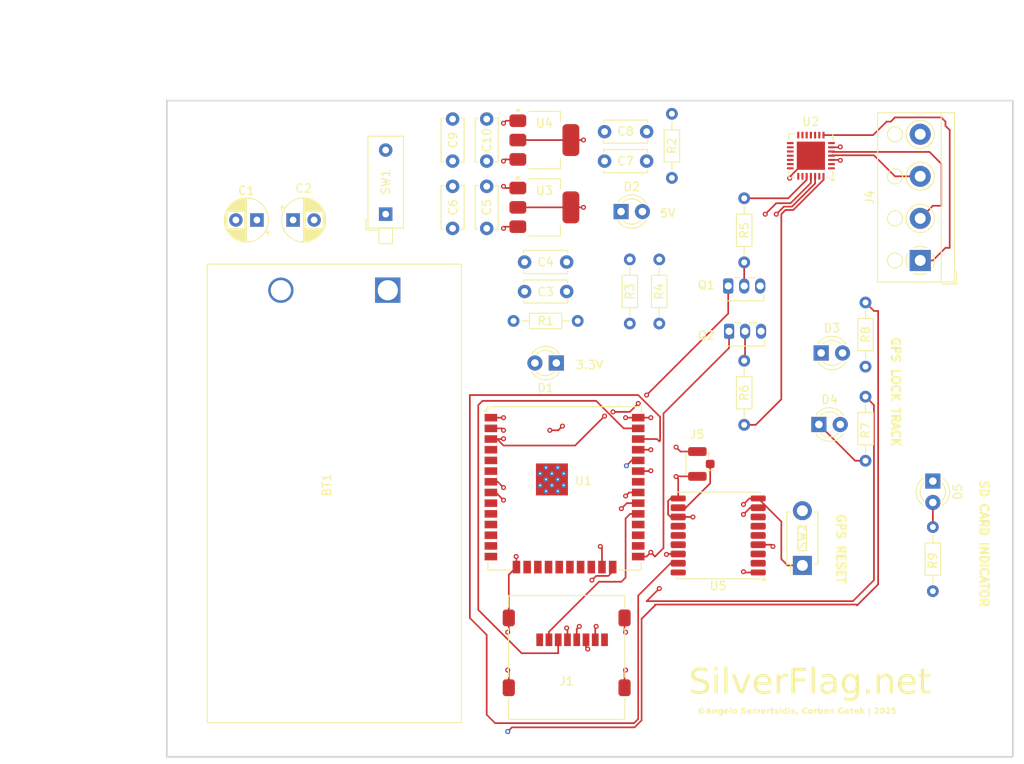
<source format=kicad_pcb>
(kicad_pcb (version 20240108) (generator "pcbnew") (generator_version "8.0")
  (title_block (title "ESP32 Wi-Fi Scanner") (date "2025-02-04") (rev "Mk40") (comment 1 "!!NOT MEANT FOR HACKING!!"))
  (layers (0 "F.Cu" signal) (1 "In1.Cu" signal) (2 "In2.Cu" signal) (31 "B.Cu" signal) (34 "B.Paste" user) (35 "F.Paste" user) (36 "B.SilkS" user "B.Silkscreen") (37 "F.SilkS" user "F.Silkscreen") (38 "B.Mask" user) (39 "F.Mask" user) (44 "Edge.Cuts" user))
  (net 0 "")
  (net 1 "GND")
  (net 2 "EN")
  (net 3 "+3.3V")
  (net 4 "IO1")
  (net 5 "Net-(Q1-B)")
  (net 6 "RTS")
  (net 7 "DTR")
  (net 8 "Net-(Q2-B)")
  (net 14 "IO22")
  (net 15 "TRANS-1")
  (net 16 "IO19")
  (net 18 "unconnected-(U1-IO32-Pad8)")
  (net 20 "IO23")
  (net 21 "unconnected-(U1-IO15-Pad23)")
  (net 24 "IO5")
  (net 26 "unconnected-(U1-IO35-Pad7)")
  (net 36 "IO21")
  (net 37 "TRANS-2")
  (net 39 "IO18")
  (net 46 "unconnected-(U5-TIMEPULSE-Pad4)")
  (net 48 "Net-(J5-In)")
  (net 51 "Net-(U3-VI)")
  (net 52 "+5V")
  (net 53 "Net-(U4-VI)")
  (net 55 "D+")
  (net 64 "D-")
  (net 67 "VBUS")
  (net 78 "Net-(BT1-+)")
  (footprint "Capacitor_THT:C_Disc_D5.0mm_W2.5mm_P5.00mm" (layer "F.Cu") (at 146.75 83 180)
    (property "Reference" "C4")
    (property "Value" "10µF")
  )
  (footprint "Package_DFN_QFN:QFN-28-1EP_5x5mm_P0.5mm_EP3.35x3.35mm" (layer "F.Cu") (at 175.76 70.36 180)
    (property "Reference" "U2")
    (property "Value" "CP2102N-Axx-xQFN28")
  )
  (footprint "LED_THT:LED_D3.0mm" (layer "F.Cu") (at 176.98 93.81)
    (property "Reference" "D3")
    (property "Value" "LED_D3.0mm")
  )
  (footprint "Resistor_THT:R_Axial_DIN0204_L3.6mm_D1.6mm_P7.62mm_Horizontal" (layer "F.Cu") (at 167.84 102.35 90)
    (property "Reference" "R6")
    (property "Value" "100Ω")
  )
  (footprint "Package_TO_SOT_SMD:SOT-223-3_TabPin2" (layer "F.Cu") (at 144.1 76.5)
    (property "Reference" "U3")
    (property "Value" "AMS1117-3.3")
  )
  (footprint "Battery:BatteryHolder_Eagle_12BH611-GR" (layer "F.Cu") (at 125.5 86.35 90)
    (property "Reference" "BT1")
    (property "Value" "9v")
  )
  (footprint "Resistor_THT:R_Axial_DIN0204_L3.6mm_D1.6mm_P7.62mm_Horizontal" (layer "F.Cu") (at 159.25 73 90)
    (property "Reference" "R2")
    (property "Value" "1kΩ")
  )
  (footprint "TerminalBlock_RND:TerminalBlock_RND_205-00003_1x04_P5.00mm_Horizontal" (layer "F.Cu") (at 188.75 82.81 90)
    (property "Reference" "J4")
    (property "Value" "TerminalBlock_RND_205-00003_1x04_P5.00mm_Horizontal")
  )
  (footprint "Connector_Coaxial:U.FL_Hirose_U.FL-R-SMT-1_Vertical" (layer "F.Cu") (at 162.75 107 180)
    (property "Reference" "J5")
    (property "Value" "GPS Antenna")
  )
  (footprint "Capacitor_THT:CP_Radial_D5.0mm_P2.50mm" (layer "F.Cu") (at 109.955113 78 180)
    (property "Reference" "C1")
    (property "Value" "100µF")
  )
  (footprint "Resistor_THT:R_Axial_DIN0204_L3.6mm_D1.6mm_P7.62mm_Horizontal" (layer "F.Cu") (at 154.25 90.31 90)
    (property "Reference" "R3")
    (property "Value" "10KΩ")
  )
  (footprint "LED_THT:LED_D3.0mm" (layer "F.Cu") (at 153.21 77)
    (property "Reference" "D2")
    (property "Value" "LED")
  )
  (footprint "Capacitor_THT:C_Disc_D5.0mm_W2.5mm_P5.00mm" (layer "F.Cu") (at 141.75 86.5)
    (property "Reference" "C3")
    (property "Value" "0.1µF")
  )
  (footprint "LED_THT:LED_D3.0mm" (layer "F.Cu") (at 145.52 95 180)
    (property "Reference" "D1")
    (property "Value" "LED")
  )
  (footprint "Capacitor_THT:C_Disc_D5.0mm_W2.5mm_P5.00mm" (layer "F.Cu") (at 156.25 71 180)
    (property "Reference" "C7")
    (property "Value" "0.1µF")
  )
  (footprint "LED_THT:LED_D3.0mm" (layer "F.Cu") (at 190.25 109.04 -90)
    (property "Reference" "D5")
    (property "Value" "LED")
  )
  (footprint "Capacitor_THT:CP_Radial_D5.0mm_P2.50mm" (layer "F.Cu") (at 114.25 78)
    (property "Reference" "C2")
    (property "Value" "100µF")
  )
  (footprint "Capacitor_THT:C_Disc_D5.0mm_W2.5mm_P5.00mm" (layer "F.Cu") (at 151.25 67.5)
    (property "Reference" "C8")
    (property "Value" "10µF")
  )
  (footprint "OptoDevice:ONSemi_QSE15x" (layer "F.Cu") (at 165.94 85.85)
    (property "Reference" "Q1")
    (property "Value" "NPN")
  )
  (footprint "Resistor_THT:R_Axial_DIN0204_L3.6mm_D1.6mm_P7.62mm_Horizontal" (layer "F.Cu") (at 182.25 99 -90)
    (property "Reference" "R7")
    (property "Value" "R_Axial_DIN0204_L3.6mm_D1.6mm_P7.62mm_Horizontal")
  )
  (footprint "LED_THT:LED_D3.0mm" (layer "F.Cu") (at 176.71 102.31)
    (property "Reference" "D4")
    (property "Value" "LED_D3.0mm")
  )
  (footprint "RF_GPS:ublox_MAX" (layer "F.Cu") (at 164.75 115.5 180)
    (property "Reference" "U5")
    (property "Value" "MAX-M10S")
  )
  (footprint "Capacitor_THT:C_Disc_D5.0mm_W2.5mm_P5.00mm" (layer "F.Cu") (at 137.25 74 -90)
    (property "Reference" "C5")
    (property "Value" "0.1µF")
  )
  (footprint "Button_Switch_THT:SW_PUSH_1P1T_6x3.5mm_H5.0_APEM_MJTP1250" (layer "F.Cu") (at 174.75 119.06 90)
    (property "Reference" "SW2")
    (property "Value" "SW_PUSH_1P1T_6x3.5mm_H5.0_APEM_MJTP1250")
  )
  (footprint "Resistor_THT:R_Axial_DIN0204_L3.6mm_D1.6mm_P7.62mm_Horizontal" (layer "F.Cu") (at 190.25 114.5 -90)
    (property "Reference" "R9")
    (property "Value" "R_Axial_DIN0204_L3.6mm_D1.6mm_P7.62mm_Horizontal")
  )
  (footprint "MountingHole:MountingHole_5mm" (layer "F.Cu") (at 193.75 135.81)
    (property "Reference" "REF**" (hide yes))
    (property "Value" "MountingHole_5mm")
  )
  (footprint "Button_Switch_THT:SW_DIP_SPSTx01_Piano_10.8x4.1mm_W7.62mm_P2.54mm" (layer "F.Cu") (at 125.25 77.31 90)
    (property "Reference" "SW1")
    (property "Value" "SW_DIP_SPSTx01_Piano_10.8x4.1mm_W7.62mm_P2.54mm")
  )
  (footprint "Capacitor_THT:C_Disc_D5.0mm_W2.5mm_P5.00mm" (layer "F.Cu") (at 137.25 71 90)
    (property "Reference" "C10")
    (property "Value" "0.22µF")
  )
  (footprint "MountingHole:MountingHole_5mm" (layer "F.Cu") (at 105.25 69.31)
    (property "Reference" "REF**" (hide yes))
    (property "Value" "MountingHole_5mm")
  )
  (footprint "Resistor_THT:R_Axial_DIN0204_L3.6mm_D1.6mm_P7.62mm_Horizontal" (layer "F.Cu") (at 148.06 90 180)
    (property "Reference" "R1")
    (property "Value" "1kΩ")
  )
  (footprint "Capacitor_THT:C_Disc_D5.0mm_W2.5mm_P5.00mm" (layer "F.Cu") (at 133.2 71 90)
    (property "Reference" "C9")
    (property "Value" "0.1µF")
  )
  (footprint "Capacitor_THT:C_Disc_D5.0mm_W2.5mm_P5.00mm" (layer "F.Cu") (at 133.2 74 -90)
    (property "Reference" "C6")
    (property "Value" "0.22µF")
  )
  (footprint "Resistor_THT:R_Axial_DIN0204_L3.6mm_D1.6mm_P7.62mm_Horizontal" (layer "F.Cu") (at 157.75 90.31 90)
    (property "Reference" "R4")
    (property "Value" "10KΩ")
  )
  (footprint "Resistor_THT:R_Axial_DIN0204_L3.6mm_D1.6mm_P7.62mm_Horizontal" (layer "F.Cu") (at 167.84 75.42 -90)
    (property "Reference" "R5")
    (property "Value" "100Ω")
  )
  (footprint "Connector_Card:microSD_HC_Molex_47219-2001" (layer "F.Cu") (at 146.75 130)
    (property "Reference" "J1")
    (property "Value" "Micro_SD_Card")
  )
  (footprint "Package_TO_SOT_SMD:SOT-223-3_TabPin2" (layer "F.Cu") (at 144.1 68.5)
    (property "Reference" "U4")
    (property "Value" "AMS1117-5")
  )
  (footprint "OptoDevice:ONSemi_QSE15x" (layer "F.Cu") (at 166.04 91.23)
    (property "Reference" "Q2")
    (property "Value" "NPN")
  )
  (footprint "Resistor_THT:R_Axial_DIN0204_L3.6mm_D1.6mm_P7.62mm_Horizontal" (layer "F.Cu") (at 182.25 87.81 -90)
    (property "Reference" "R8")
    (property "Value" "R_Axial_DIN0204_L3.6mm_D1.6mm_P7.62mm_Horizontal")
  )
  (footprint "RF_Module:ESP32-WROOM-32UE" (layer "F.Cu") (at 146.5 109.91)
    (property "Reference" "U1")
    (property "Value" "ESP32-WROOM-32UE")
  )
  (gr_rect (start 99.25 63.81) (end 199.75 141.81) (stroke (width 0.2)) (fill none) (layer "Edge.Cuts"))
  (gr_text "5V" (at 157.75 77.81 0) (layer "F.SilkS") (effects (font (size 1 1)) (justify left bottom)))
  (gr_text "©Angelo Semertsidis, Corban Getek | 2025" (at 162.25 136.81 0) (layer "F.SilkS") (effects (font (size 0.7 0.7) (thickness 0.125) (bold yes)) (justify left bottom)))
  (gr_text "SilverFlag.net" (at 161.25 134.81 0) (layer "F.SilkS") (effects (font (size 3 3)) (justify left bottom)))
  (gr_text "SD CARD INDICATOR" (at 195.75 108.81 270) (layer "F.SilkS") (effects (font (size 1 1) (thickness 0.25) (bold yes)) (justify left bottom)))
  (gr_text "GPS RESET" (at 178.75 112.81 -90) (layer "F.SilkS") (effects (font (size 1 1) (thickness 0.25) (bold yes)) (justify left bottom)))
  (gr_text "3.3V" (at 147.75 95.81 0) (layer "F.SilkS") (effects (font (size 1 1)) (justify left bottom)))
  (gr_text "GPS LOCK TRACK" (at 185.25 91.81 270) (layer "F.SilkS") (effects (font (size 1 1) (thickness 0.25) (bold yes)) (justify left bottom)))
  (segment (start 190.25 111.58) (end 190.25 114.5) (width 0.2) (layer "F.Cu") (net 0))
  (segment (start 140.95 66.2) (end 139.55 66.2) (width 0.2) (layer "F.Cu") (net 1))
  (segment (start 155.25 101.5) (end 156.75 101.5) (width 0.2) (layer "F.Cu") (net 1))
  (segment (start 175.76 70.36) (end 173.24 72.88) (width 0.2) (layer "F.Cu") (net 1))
  (segment (start 137.75 101.5) (end 139.25 101.5) (width 0.2) (layer "F.Cu") (net 1))
  (segment (start 158.8 113) (end 159.1 113.3) (width 0.2) (layer "F.Cu") (net 1))
  (segment (start 149.045 127.9) (end 149.045 128.795) (width 0.2) (layer "F.Cu") (net 1))
  (segment (start 179.21 70.86) (end 179.26 70.91) (width 0.2) (layer "F.Cu") (net 1))
  (segment (start 159.775 108.475) (end 159.75 108.5) (width 0.2) (layer "F.Cu") (net 1))
  (segment (start 161.74 113.3) (end 161.75 113.31) (width 0.2) (layer "F.Cu") (net 1))
  (segment (start 139.875 133.6) (end 139.875 131.625) (width 0.2) (layer "F.Cu") (net 1))
  (segment (start 153.625 131.625) (end 153.75 131.5) (width 0.2) (layer "F.Cu") (net 1))
  (segment (start 155.25 101.5) (end 153.75 101.5) (width 0.2) (layer "F.Cu") (net 1))
  (segment (start 139.875 125.3) (end 139.875 120.17) (width 0.2) (layer "F.Cu") (net 1))
  (segment (start 140.95 74.2) (end 139.45 74.2) (width 0.2) (layer "F.Cu") (net 1))
  (segment (start 139.875 131.625) (end 139.75 131.5) (width 0.2) (layer "F.Cu") (net 1))
  (segment (start 139.55 66.2) (end 139.25 66.5) (width 0.2) (layer "F.Cu") (net 1))
  (segment (start 160.275 105.525) (end 159.75 105) (width 0.2) (layer "F.Cu") (net 1))
  (segment (start 153.625 133.6) (end 153.625 131.625) (width 0.2) (layer "F.Cu") (net 1))
  (segment (start 160 113.3) (end 161.74 113.3) (width 0.2) (layer "F.Cu") (net 1))
  (segment (start 139.875 126.875) (end 139.75 127) (width 0.2) (layer "F.Cu") (net 1))
  (segment (start 162.275 108.475) (end 159.775 108.475) (width 0.2) (layer "F.Cu") (net 1))
  (segment (start 159.1 113.3) (end 160 113.3) (width 0.2) (layer "F.Cu") (net 1))
  (segment (start 140.785 119.26) (end 140.785 118.035) (width 0.2) (layer "F.Cu") (net 1))
  (segment (start 159.1 111.1) (end 158.8 111.4) (width 0.2) (layer "F.Cu") (net 1))
  (segment (start 153.625 126.875) (end 153.75 127) (width 0.2) (layer "F.Cu") (net 1))
  (segment (start 139.875 125.3) (end 139.875 126.875) (width 0.2) (layer "F.Cu") (net 1))
  (segment (start 160 111.1) (end 160 108.75) (width 0.2) (layer "F.Cu") (net 1))
  (segment (start 160 108.75) (end 159.75 108.5) (width 0.2) (layer "F.Cu") (net 1))
  (segment (start 149.045 128.795) (end 149.25 129) (width 0.2) (layer "F.Cu") (net 1))
  (segment (start 153.625 125.3) (end 153.625 126.875) (width 0.2) (layer "F.Cu") (net 1))
  (segment (start 139.875 120.17) (end 140.785 119.26) (width 0.2) (layer "F.Cu") (net 1))
  (segment (start 158.8 111.4) (end 158.8 113) (width 0.2) (layer "F.Cu") (net 1))
  (segment (start 140.785 118.035) (end 140.75 118) (width 0.2) (layer "F.Cu") (net 1))
  (segment (start 139.45 74.2) (end 139.25 74) (width 0.2) (layer "F.Cu") (net 1))
  (segment (start 160 111.1) (end 159.1 111.1) (width 0.2) (layer "F.Cu") (net 1))
  (segment (start 162.275 105.525) (end 160.275 105.525) (width 0.2) (layer "F.Cu") (net 1))
  (segment (start 167.84 119.9) (end 167.75 119.81) (width 0.2) (layer "F.Cu") (net 1))
  (segment (start 173.24 72.88) (end 173.24 73.04) (width 0.2) (layer "F.Cu") (net 1))
  (segment (start 169.5 119.9) (end 167.84 119.9) (width 0.2) (layer "F.Cu") (net 1))
  (segment (start 178.21 70.86) (end 179.21 70.86) (width 0.2) (layer "F.Cu") (net 1))
  (via blind (at 153.75 131.5) (size 0.6) (drill 0.3) (layers "F.Cu" "In1.Cu") (net 1))
  (via blind (at 153.75 101.5) (size 0.6) (drill 0.3) (layers "F.Cu" "In1.Cu") (net 1))
  (via blind (at 139.75 131.5) (size 0.6) (drill 0.3) (layers "F.Cu" "In1.Cu") (net 1))
  (via blind (at 156.75 101.5) (size 0.6) (drill 0.3) (layers "F.Cu" "In1.Cu") (net 1))
  (via blind (at 139.75 127) (size 0.6) (drill 0.3) (layers "F.Cu" "In1.Cu") (net 1))
  (via blind (at 159.75 105) (size 0.6) (drill 0.3) (layers "F.Cu" "In1.Cu") (net 1))
  (via blind (at 173.24 73.04) (size 0.6) (drill 0.3) (layers "F.Cu" "In1.Cu") (net 1))
  (via blind (at 167.75 119.81) (size 0.6) (drill 0.3) (layers "F.Cu" "In1.Cu") (net 1))
  (via blind (at 153.75 127) (size 0.6) (drill 0.3) (layers "F.Cu" "In1.Cu") (net 1))
  (via blind (at 139.25 66.5) (size 0.6) (drill 0.3) (layers "F.Cu" "In1.Cu") (net 1))
  (via blind (at 139.25 101.5) (size 0.6) (drill 0.3) (layers "F.Cu" "In1.Cu") (net 1))
  (via blind (at 179.26 70.91) (size 0.6) (drill 0.3) (layers "F.Cu" "In1.Cu") (net 1))
  (via blind (at 149.25 129) (size 0.6) (drill 0.3) (layers "F.Cu" "In1.Cu") (net 1))
  (via blind (at 140.75 118) (size 0.6) (drill 0.3) (layers "F.Cu" "In1.Cu") (net 1))
  (via blind (at 139.25 74) (size 0.6) (drill 0.3) (layers "F.Cu" "In1.Cu") (net 1))
  (via blind (at 159.75 108.5) (size 0.6) (drill 0.3) (layers "F.Cu" "In1.Cu") (net 1))
  (via blind (at 161.75 113.31) (size 0.6) (drill 0.3) (layers "F.Cu" "In1.Cu") (net 1))
  (segment (start 138.48 104.04) (end 139.25 104.81) (width 0.2) (layer "F.Cu") (net 2))
  (segment (start 154.25 100.81) (end 155.25 99.81) (width 0.2) (layer "F.Cu") (net 2))
  (segment (start 137.75 104.04) (end 139.21 104.04) (width 0.2) (layer "F.Cu") (net 2))
  (segment (start 137.75 104.04) (end 138.48 104.04) (width 0.2) (layer "F.Cu") (net 2))
  (segment (start 144.75 103) (end 145.75 103) (width 0.2) (layer "F.Cu") (net 2))
  (segment (start 139.21 104.04) (end 139.25 104) (width 0.2) (layer "F.Cu") (net 2))
  (segment (start 165.94 85.85) (end 165.94 89.12) (width 0.2) (layer "F.Cu") (net 2))
  (segment (start 152.25 100.81) (end 154.25 100.81) (width 0.2) (layer "F.Cu") (net 2))
  (segment (start 165.94 89.12) (end 156.25 98.81) (width 0.2) (layer "F.Cu") (net 2))
  (segment (start 139.25 104.81) (end 147.75 104.81) (width 0.2) (layer "F.Cu") (net 2))
  (segment (start 147.75 104.81) (end 151.25 101.31) (width 0.2) (layer "F.Cu") (net 2))
  (segment (start 145.75 103) (end 146.25 102.5) (width 0.2) (layer "F.Cu") (net 2))
  (via blind (at 146.25 102.5) (size 0.6) (drill 0.3) (layers "F.Cu" "In2.Cu") (net 2))
  (via blind (at 144.75 103) (size 0.6) (drill 0.3) (layers "F.Cu" "In2.Cu") (net 2))
  (via blind (at 152.25 100.81) (size 0.6) (drill 0.3) (layers "F.Cu" "In2.Cu") (net 2))
  (via blind (at 156.25 98.81) (size 0.6) (drill 0.3) (layers "F.Cu" "In2.Cu") (net 2))
  (via blind (at 139.25 104) (size 0.6) (drill 0.3) (layers "F.Cu" "In2.Cu") (net 2))
  (via blind (at 155.25 99.81) (size 0.6) (drill 0.3) (layers "F.Cu" "In2.Cu") (net 2))
  (via blind (at 151.25 101.31) (size 0.6) (drill 0.3) (layers "F.Cu" "In2.Cu") (net 2))
  (segment (start 137.75 102.77) (end 139.02 102.77) (width 0.2) (layer "F.Cu") (net 3))
  (segment (start 169.5 111.1) (end 172.25 113.85) (width 0.2) (layer "F.Cu") (net 3))
  (segment (start 147.25 76.5) (end 148.75 76.5) (width 0.2) (layer "F.Cu") (net 3))
  (segment (start 172.25 113.85) (end 172.25 118.31) (width 0.2) (layer "F.Cu") (net 3))
  (segment (start 168.46 111.1) (end 169.5 111.1) (width 0.2) (layer "F.Cu") (net 3))
  (segment (start 146.845 127.9) (end 146.845 126.595) (width 0.2) (layer "F.Cu") (net 3))
  (segment (start 168.55 112.2) (end 169.5 112.2) (width 0.2) (layer "F.Cu") (net 3))
  (segment (start 167.75 113) (end 168.55 112.2) (width 0.2) (layer "F.Cu") (net 3))
  (segment (start 140.95 76.5) (end 147.25 76.5) (width 0.2) (layer "F.Cu") (net 3))
  (segment (start 173 119.06) (end 174.75 119.06) (width 0.2) (layer "F.Cu") (net 3))
  (segment (start 167.75 111.81) (end 168.46 111.1) (width 0.2) (layer "F.Cu") (net 3))
  (segment (start 139.02 102.77) (end 139.25 103) (width 0.2) (layer "F.Cu") (net 3))
  (segment (start 146.845 126.595) (end 146.75 126.5) (width 0.2) (layer "F.Cu") (net 3))
  (segment (start 172.25 118.31) (end 173 119.06) (width 0.2) (layer "F.Cu") (net 3))
  (via blind (at 146.75 126.5) (size 0.6) (drill 0.3) (layers "F.Cu" "In2.Cu") (net 3))
  (via blind (at 148.75 76.5) (size 0.6) (drill 0.3) (layers "F.Cu" "In2.Cu") (net 3))
  (via blind (at 167.75 111.81) (size 0.6) (drill 0.3) (layers "F.Cu" "In2.Cu") (net 3))
  (via blind (at 139.25 103) (size 0.6) (drill 0.3) (layers "F.Cu" "In2.Cu") (net 3))
  (via blind (at 167.75 113) (size 0.6) (drill 0.3) (layers "F.Cu" "In2.Cu") (net 3))
  (segment (start 155.25 118.01) (end 156.24 118.01) (width 0.2) (layer "F.Cu") (net 4))
  (segment (start 158.25 117) (end 157.25 118) (width 0.2) (layer "F.Cu") (net 4))
  (segment (start 157.25 118) (end 156.75 117.5) (width 0.2) (layer "F.Cu") (net 4))
  (segment (start 166.04 91.23) (end 166.04 93.21) (width 0.2) (layer "F.Cu") (net 4))
  (segment (start 166.04 93.21) (end 158.25 101) (width 0.2) (layer "F.Cu") (net 4))
  (segment (start 158.25 101) (end 158.25 117) (width 0.2) (layer "F.Cu") (net 4))
  (segment (start 156.24 118.01) (end 156.75 117.5) (width 0.2) (layer "F.Cu") (net 4))
  (via blind (at 156.75 117.5) (size 0.6) (drill 0.3) (layers "F.Cu" "In2.Cu") (net 4))
  (segment (start 167.84 83.04) (end 167.84 85.85) (width 0.2) (layer "F.Cu") (net 5))
  (segment (start 175.26 73.224386) (end 175.26 72.81) (width 0.2) (layer "F.Cu") (net 6))
  (segment (start 167.84 75.42) (end 173.064386 75.42) (width 0.2) (layer "F.Cu") (net 6))
  (segment (start 173.064386 75.42) (end 175.26 73.224386) (width 0.2) (layer "F.Cu") (net 6))
  (segment (start 169.21 102.35) (end 172.25 99.31) (width 0.2) (layer "F.Cu") (net 7))
  (segment (start 177.26 73.224386) (end 177.26 72.81) (width 0.2) (layer "F.Cu") (net 7))
  (segment (start 172.75 76.81) (end 173.674386 76.81) (width 0.2) (layer "F.Cu") (net 7))
  (segment (start 172.25 77.31) (end 172.75 76.81) (width 0.2) (layer "F.Cu") (net 7))
  (segment (start 167.84 102.35) (end 169.21 102.35) (width 0.2) (layer "F.Cu") (net 7))
  (segment (start 173.674386 76.81) (end 177.26 73.224386) (width 0.2) (layer "F.Cu") (net 7))
  (segment (start 172.25 99.31) (end 172.25 77.31) (width 0.2) (layer "F.Cu") (net 7))
  (segment (start 167.84 94.73) (end 167.84 94.23) (width 0.2) (layer "F.Cu") (net 8))
  (segment (start 167.94 94.13) (end 167.94 91.23) (width 0.2) (layer "F.Cu") (net 8))
  (segment (start 167.84 94.23) (end 167.94 94.13) (width 0.2) (layer "F.Cu") (net 8))
  (segment (start 155.25 122.65) (end 155.25 137.31) (width 0.2) (layer "F.Cu") (net 14))
  (segment (start 157.85 101.41) (end 157.85 104.21) (width 0.2) (layer "F.Cu") (net 14))
  (segment (start 159.1 118.8) (end 155.25 122.65) (width 0.2) (layer "F.Cu") (net 14))
  (segment (start 137.25 136.81) (end 137.25 127.31) (width 0.2) (layer "F.Cu") (net 14))
  (segment (start 135.25 125.31) (end 135.25 98.81) (width 0.2) (layer "F.Cu") (net 14))
  (segment (start 157.48 104.04) (end 155.25 104.04) (width 0.2) (layer "F.Cu") (net 14))
  (segment (start 135.25 98.81) (end 155.25 98.81) (width 0.2) (layer "F.Cu") (net 14))
  (segment (start 157.75 104.31) (end 157.48 104.04) (width 0.2) (layer "F.Cu") (net 14))
  (segment (start 138.25 137.81) (end 137.25 136.81) (width 0.2) (layer "F.Cu") (net 14))
  (segment (start 155.25 137.31) (end 154.75 137.81) (width 0.2) (layer "F.Cu") (net 14))
  (segment (start 160 118.8) (end 159.1 118.8) (width 0.2) (layer "F.Cu") (net 14))
  (segment (start 137.25 127.31) (end 135.25 125.31) (width 0.2) (layer "F.Cu") (net 14))
  (segment (start 155.25 98.81) (end 157.85 101.41) (width 0.2) (layer "F.Cu") (net 14))
  (segment (start 157.85 104.21) (end 157.75 104.31) (width 0.2) (layer "F.Cu") (net 14))
  (segment (start 154.75 137.81) (end 138.25 137.81) (width 0.2) (layer "F.Cu") (net 14))
  (segment (start 175.76 72.81) (end 175.76 73.593014) (width 0.2) (layer "F.Cu") (net 15))
  (segment (start 155.25 105.31) (end 156.75 105.31) (width 0.2) (layer "F.Cu") (net 15))
  (segment (start 175.76 73.593014) (end 173.343014 76.01) (width 0.2) (layer "F.Cu") (net 15))
  (segment (start 171.64 76.01) (end 170.34 77.31) (width 0.2) (layer "F.Cu") (net 15))
  (segment (start 173.343014 76.01) (end 171.64 76.01) (width 0.2) (layer "F.Cu") (net 15))
  (via blind (at 156.75 105.31) (size 0.6) (drill 0.3) (layers "F.Cu" "In2.Cu") (net 15))
  (via blind (at 170.34 77.31) (size 0.6) (drill 0.3) (layers "F.Cu" "In2.Cu") (net 15))
  (segment (start 150.145 127.9) (end 150.145 126.415) (width 0.2) (layer "F.Cu") (net 16))
  (segment (start 155.25 110.39) (end 154.17 110.39) (width 0.2) (layer "F.Cu") (net 16))
  (segment (start 154.17 110.39) (end 153.75 110.81) (width 0.2) (layer "F.Cu") (net 16))
  (segment (start 150.145 126.415) (end 150.25 126.31) (width 0.2) (layer "F.Cu") (net 16))
  (via blind (at 150.25 126.31) (size 0.6) (drill 0.3) (layers "F.Cu" "In1.Cu") (net 16))
  (via blind (at 153.75 110.81) (size 0.6) (drill 0.3) (layers "F.Cu" "In1.Cu") (net 16))
  (segment (start 137.75 110.39) (end 138.33 110.39) (width 0.2) (layer "F.Cu") (net 18))
  (segment (start 138.33 110.39) (end 139.25 111.31) (width 0.2) (layer "F.Cu") (net 18))
  (via blind (at 139.25 111.31) (size 0.6) (drill 0.3) (layers "F.Cu" "In1.Cu") (net 18))
  (segment (start 145.75 129.5) (end 145.745 129.495) (width 0.2) (layer "F.Cu") (net 20))
  (segment (start 136.25 100) (end 136.25 124.348529) (width 0.2) (layer "F.Cu") (net 20))
  (segment (start 136.25 124.348529) (end 141.401471 129.5) (width 0.2) (layer "F.Cu") (net 20))
  (segment (start 150.25 99.5) (end 136.75 99.5) (width 0.2) (layer "F.Cu") (net 20))
  (segment (start 136.75 99.5) (end 136.25 100) (width 0.2) (layer "F.Cu") (net 20))
  (segment (start 141.401471 129.5) (end 145.75 129.5) (width 0.2) (layer "F.Cu") (net 20))
  (segment (start 153.52 102.77) (end 150.25 99.5) (width 0.2) (layer "F.Cu") (net 20))
  (segment (start 155.25 102.77) (end 153.52 102.77) (width 0.2) (layer "F.Cu") (net 20))
  (segment (start 145.745 129.495) (end 145.745 127.9) (width 0.2) (layer "F.Cu") (net 20))
  (segment (start 156.25 123.31) (end 157.75 121.81) (width 0.2) (layer "F.Cu") (net 21))
  (segment (start 150.945 119.26) (end 150.945 117.005) (width 0.2) (layer "F.Cu") (net 21))
  (segment (start 180.75 123.31) (end 156.25 123.31) (width 0.2) (layer "F.Cu") (net 21))
  (segment (start 183.25 120.81) (end 180.75 123.31) (width 0.2) (layer "F.Cu") (net 21))
  (segment (start 176.71 102.31) (end 181.02 106.62) (width 0.2) (layer "F.Cu") (net 21))
  (segment (start 181.02 106.62) (end 182.25 106.62) (width 0.2) (layer "F.Cu") (net 21))
  (segment (start 150.945 117.005) (end 150.75 116.81) (width 0.2) (layer "F.Cu") (net 21))
  (segment (start 183.25 100) (end 183.25 120.81) (width 0.2) (layer "F.Cu") (net 21))
  (segment (start 182.25 99) (end 183.25 100) (width 0.2) (layer "F.Cu") (net 21))
  (via blind (at 157.75 121.81) (size 0.6) (drill 0.3) (layers "F.Cu" "In2.Cu") (net 21))
  (via blind (at 150.75 116.81) (size 0.6) (drill 0.3) (layers "F.Cu" "In2.Cu") (net 21))
  (segment (start 144.645 126.95) (end 150.595 121) (width 0.2) (layer "F.Cu") (net 24))
  (segment (start 144.645 127.9) (end 144.645 126.95) (width 0.2) (layer "F.Cu") (net 24))
  (segment (start 154.3 112.93) (end 155.25 112.93) (width 0.2) (layer "F.Cu") (net 24))
  (segment (start 153.75 120.5) (end 153.75 113.48) (width 0.2) (layer "F.Cu") (net 24))
  (segment (start 153.75 113.48) (end 154.3 112.93) (width 0.2) (layer "F.Cu") (net 24))
  (segment (start 150.595 121) (end 153.25 121) (width 0.2) (layer "F.Cu") (net 24))
  (segment (start 153.25 121) (end 153.75 120.5) (width 0.2) (layer "F.Cu") (net 24))
  (segment (start 183.75 121.31) (end 181.25 123.81) (width 0.2) (layer "F.Cu") (net 26))
  (segment (start 183.75 88.81) (end 183.75 121.31) (width 0.2) (layer "F.Cu") (net 26))
  (segment (start 137.75 109.12) (end 138.56 109.12) (width 0.2) (layer "F.Cu") (net 26))
  (segment (start 181.25 123.81) (end 181.15 123.71) (width 0.2) (layer "F.Cu") (net 26))
  (segment (start 138.56 109.12) (end 139.25 109.81) (width 0.2) (layer "F.Cu") (net 26))
  (segment (start 155.65 125.41) (end 155.65 137.475686) (width 0.2) (layer "F.Cu") (net 26))
  (segment (start 182.25 87.81) (end 183.25 88.81) (width 0.2) (layer "F.Cu") (net 26))
  (segment (start 157.25 123.81) (end 155.65 125.41) (width 0.2) (layer "F.Cu") (net 26))
  (segment (start 140.25 138.31) (end 139.75 138.81) (width 0.2) (layer "F.Cu") (net 26))
  (segment (start 155.65 137.475686) (end 154.815686 138.31) (width 0.2) (layer "F.Cu") (net 26))
  (segment (start 154.815686 138.31) (end 140.25 138.31) (width 0.2) (layer "F.Cu") (net 26))
  (segment (start 183.25 88.81) (end 183.75 88.81) (width 0.2) (layer "F.Cu") (net 26))
  (segment (start 157.25 123.71) (end 157.25 123.81) (width 0.2) (layer "F.Cu") (net 26))
  (segment (start 181.15 123.71) (end 157.25 123.71) (width 0.2) (layer "F.Cu") (net 26))
  (via (at 139.75 138.81) (size 0.6) (drill 0.3) (layers "F.Cu" "B.Cu") (net 26))
  (via blind (at 139.25 109.81) (size 0.6) (drill 0.3) (layers "F.Cu" "In2.Cu") (net 26))
  (segment (start 160 117.7) (end 158.653441 117.7) (width 0.2) (layer "F.Cu") (net 36))
  (segment (start 156.71 107.85) (end 156.75 107.81) (width 0.2) (layer "F.Cu") (net 36))
  (segment (start 155.25 107.85) (end 156.71 107.85) (width 0.2) (layer "F.Cu") (net 36))
  (segment (start 158.653441 117.7) (end 158.6 117.753441) (width 0.2) (layer "F.Cu") (net 36))
  (via blind (at 156.75 107.81) (size 0.6) (drill 0.3) (layers "F.Cu" "In1.Cu") (net 36))
  (via blind (at 158.6 117.753441) (size 0.6) (drill 0.3) (layers "F.Cu" "In1.Cu") (net 36))
  (segment (start 150.25 120.31) (end 149.75 120.81) (width 0.2) (layer "F.Cu") (net 37))
  (segment (start 152.215 119.26) (end 152.215 119.79) (width 0.2) (layer "F.Cu") (net 37))
  (segment (start 151.695 120.31) (end 150.25 120.31) (width 0.2) (layer "F.Cu") (net 37))
  (segment (start 152.215 119.79) (end 151.695 120.31) (width 0.2) (layer "F.Cu") (net 37))
  (segment (start 176.26 72.81) (end 176.26 73.6587) (width 0.2) (layer "F.Cu") (net 37))
  (segment (start 172.55 76.41) (end 171.65 77.31) (width 0.2) (layer "F.Cu") (net 37))
  (segment (start 173.5087 76.41) (end 172.55 76.41) (width 0.2) (layer "F.Cu") (net 37))
  (segment (start 176.26 73.6587) (end 173.5087 76.41) (width 0.2) (layer "F.Cu") (net 37))
  (via blind (at 149.75 120.81) (size 0.6) (drill 0.3) (layers "F.Cu" "In2.Cu") (net 37))
  (via blind (at 171.65 77.31) (size 0.6) (drill 0.3) (layers "F.Cu" "In2.Cu") (net 37))
  (segment (start 147.945 126.615) (end 148.25 126.31) (width 0.2) (layer "F.Cu") (net 39))
  (segment (start 155.25 111.66) (end 153.9 111.66) (width 0.2) (layer "F.Cu") (net 39))
  (segment (start 153.9 111.66) (end 153.25 112.31) (width 0.2) (layer "F.Cu") (net 39))
  (segment (start 147.945 127.9) (end 147.945 126.615) (width 0.2) (layer "F.Cu") (net 39))
  (via blind (at 153.25 112.31) (size 0.6) (drill 0.3) (layers "F.Cu" "In1.Cu") (net 39))
  (via blind (at 148.25 126.31) (size 0.6) (drill 0.3) (layers "F.Cu" "In1.Cu") (net 39))
  (segment (start 155.25 106.58) (end 154.48 106.58) (width 0.2) (layer "F.Cu") (net 46))
  (segment (start 169.5 116.6) (end 171.04 116.6) (width 0.2) (layer "F.Cu") (net 46))
  (segment (start 154.48 106.58) (end 153.85 107.21) (width 0.2) (layer "F.Cu") (net 46))
  (segment (start 171.04 116.6) (end 171.25 116.81) (width 0.2) (layer "F.Cu") (net 46))
  (via (at 153.85 107.21) (size 0.6) (drill 0.3) (layers "F.Cu" "B.Cu") (net 46))
  (via blind (at 171.25 116.81) (size 0.6) (drill 0.3) (layers "F.Cu" "In1.Cu") (net 46))
  (segment (start 163.8 107) (end 163.8 109.3) (width 0.2) (layer "F.Cu") (net 48))
  (segment (start 163.8 109.3) (end 160.9 112.2) (width 0.2) (layer "F.Cu") (net 48))
  (segment (start 160.9 112.2) (end 160 112.2) (width 0.2) (layer "F.Cu") (net 48))
  (segment (start 139.45 78.8) (end 139.25 79) (width 0.2) (layer "F.Cu") (net 51))
  (segment (start 140.95 78.8) (end 139.45 78.8) (width 0.2) (layer "F.Cu") (net 51))
  (via blind (at 139.25 79) (size 0.6) (drill 0.3) (layers "F.Cu" "In2.Cu") (net 51))
  (segment (start 179.2 69.36) (end 179.25 69.31) (width 0.2) (layer "F.Cu") (net 52))
  (segment (start 147.25 68.5) (end 148.75 68.5) (width 0.2) (layer "F.Cu") (net 52))
  (segment (start 178.21 69.36) (end 179.2 69.36) (width 0.2) (layer "F.Cu") (net 52))
  (segment (start 140.95 68.5) (end 147.25 68.5) (width 0.2) (layer "F.Cu") (net 52))
  (via blind (at 179.25 69.31) (size 0.6) (drill 0.3) (layers "F.Cu" "In2.Cu") (net 52))
  (via blind (at 148.75 68.5) (size 0.6) (drill 0.3) (layers "F.Cu" "In2.Cu") (net 52))
  (segment (start 140.95 70.8) (end 139.45 70.8) (width 0.2) (layer "F.Cu") (net 53))
  (segment (start 139.45 70.8) (end 139.25 71) (width 0.2) (layer "F.Cu") (net 53))
  (via blind (at 139.25 71) (size 0.6) (drill 0.3) (layers "F.Cu" "In2.Cu") (net 53))
  (segment (start 183.25 70.31) (end 185.75 72.81) (width 0.2) (layer "F.Cu") (net 55))
  (segment (start 178.26 70.31) (end 183.25 70.31) (width 0.2) (layer "F.Cu") (net 55))
  (segment (start 185.75 72.81) (end 188.75 72.81) (width 0.2) (layer "F.Cu") (net 55))
  (segment (start 178.21 70.36) (end 178.26 70.31) (width 0.2) (layer "F.Cu") (net 55))
  (segment (start 178.26 69.91) (end 189.85 69.91) (width 0.2) (layer "F.Cu") (net 64))
  (segment (start 189.85 69.91) (end 191.25 71.31) (width 0.2) (layer "F.Cu") (net 64))
  (segment (start 190.25 76.31) (end 188.75 77.81) (width 0.2) (layer "F.Cu") (net 64))
  (segment (start 191.25 76.31) (end 190.25 76.31) (width 0.2) (layer "F.Cu") (net 64))
  (segment (start 191.25 71.31) (end 191.25 76.31) (width 0.2) (layer "F.Cu") (net 64))
  (segment (start 178.21 69.86) (end 178.26 69.91) (width 0.2) (layer "F.Cu") (net 64))
  (segment (start 191.75 66.81) (end 192.25 67.31) (width 0.2) (layer "F.Cu") (net 67))
  (segment (start 192.25 67.31) (end 192.25 81.31) (width 0.2) (layer "F.Cu") (net 67))
  (segment (start 191.75 66.31) (end 191.75 66.81) (width 0.2) (layer "F.Cu") (net 67))
  (segment (start 185.25 66.31) (end 185.75 65.81) (width 0.2) (layer "F.Cu") (net 67))
  (segment (start 191.25 65.81) (end 191.75 66.31) (width 0.2) (layer "F.Cu") (net 67))
  (segment (start 184.75 66.31) (end 185.25 66.31) (width 0.2) (layer "F.Cu") (net 67))
  (segment (start 191.75 81.31) (end 190.25 82.81) (width 0.2) (layer "F.Cu") (net 67))
  (segment (start 190.25 82.81) (end 188.75 82.81) (width 0.2) (layer "F.Cu") (net 67))
  (segment (start 185.75 65.81) (end 191.25 65.81) (width 0.2) (layer "F.Cu") (net 67))
  (segment (start 177.26 67.91) (end 183.15 67.91) (width 0.2) (layer "F.Cu") (net 67))
  (segment (start 192.25 81.31) (end 191.75 81.31) (width 0.2) (layer "F.Cu") (net 67))
  (segment (start 183.15 67.91) (end 184.75 66.31) (width 0.2) (layer "F.Cu") (net 67))
)
</source>
